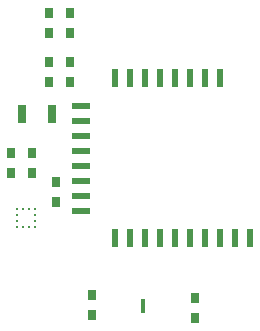
<source format=gbr>
G04 DipTrace 3.2.0.1*
G04 TopPaste.gbr*
%MOIN*%
G04 #@! TF.FileFunction,Paste,Top*
G04 #@! TF.Part,Single*
%ADD38R,0.031496X0.062992*%
%ADD40R,0.005906X0.009843*%
%ADD42R,0.009843X0.005906*%
%ADD44R,0.017717X0.045276*%
%ADD46R,0.023622X0.003937*%
%ADD48R,0.059055X0.023622*%
%ADD50R,0.023622X0.059055*%
%ADD60R,0.031496X0.035433*%
%FSLAX26Y26*%
G04*
G70*
G90*
G75*
G01*
G04 TopPaste*
%LPD*%
D60*
X171260Y-445669D3*
Y-512598D3*
D50*
X-94488Y287402D3*
X-44488D3*
X5512D3*
X55512D3*
X105512D3*
X155512D3*
X205512D3*
X255512D3*
X-94488Y-248031D3*
X-44488D3*
X5512D3*
X55512D3*
X105512D3*
X155512D3*
X205512D3*
X255512D3*
X305512D3*
X355512D3*
D48*
X-208661Y44685D3*
Y-5315D3*
X-208268Y94685D3*
X-208661Y-55315D3*
Y144685D3*
Y-105315D3*
Y194685D3*
Y-155315D3*
D46*
X-45276Y-446850D3*
Y-472441D3*
Y-498031D3*
X45276D3*
Y-472441D3*
Y-446850D3*
D44*
X0Y-472441D3*
D60*
X-171260Y-503465D3*
Y-436535D3*
D42*
X-421643Y-148837D3*
Y-168837D3*
Y-188837D3*
Y-208837D3*
D40*
X-401643D3*
X-381643D3*
D42*
X-361643D3*
Y-188837D3*
Y-168837D3*
Y-148837D3*
D40*
X-381643D3*
X-401643D3*
D60*
X-441541Y-30126D3*
Y36803D3*
X-372499Y-30732D3*
Y36197D3*
X-290902Y-60400D3*
Y-127329D3*
X-313780Y437795D3*
Y504724D3*
X-244488Y437795D3*
Y504724D3*
D38*
X-404482Y166406D3*
X-306056D3*
D60*
X-313780Y272441D3*
Y339370D3*
X-244488Y272441D3*
Y339370D3*
M02*

</source>
